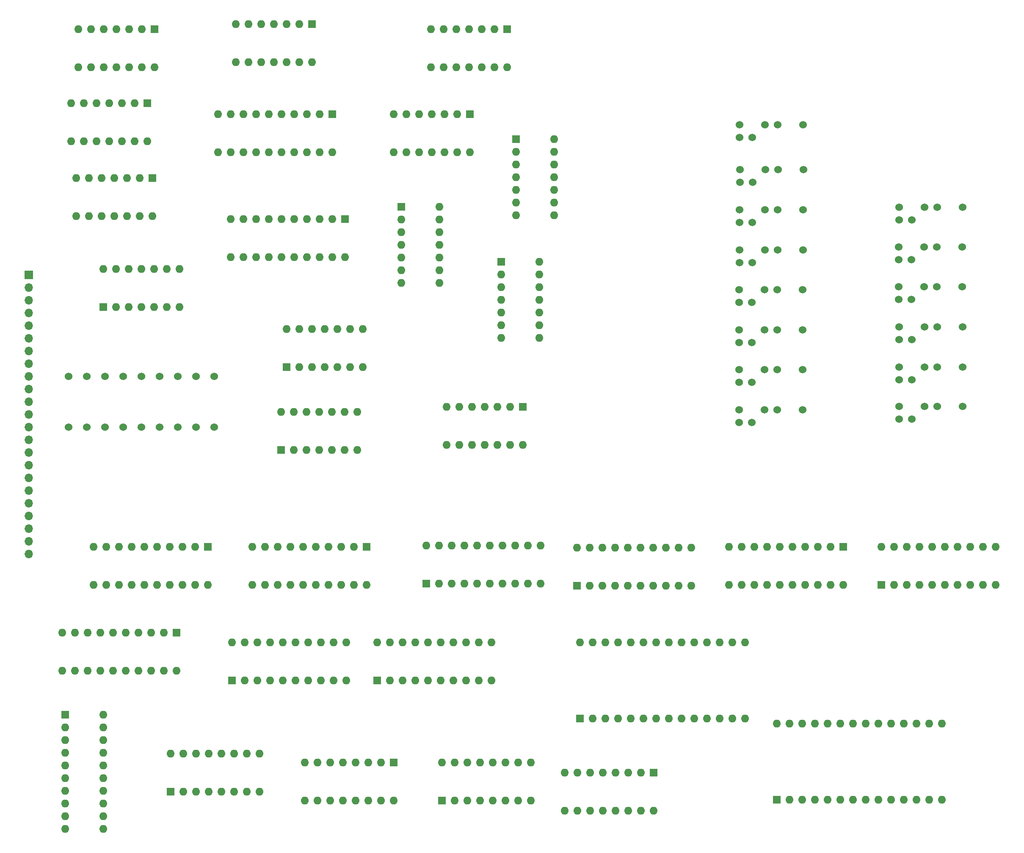
<source format=gbr>
%TF.GenerationSoftware,KiCad,Pcbnew,8.0.2-1*%
%TF.CreationDate,2024-08-10T13:00:32-04:00*%
%TF.ProjectId,gpram,67707261-6d2e-46b6-9963-61645f706362,rev?*%
%TF.SameCoordinates,Original*%
%TF.FileFunction,Soldermask,Bot*%
%TF.FilePolarity,Negative*%
%FSLAX46Y46*%
G04 Gerber Fmt 4.6, Leading zero omitted, Abs format (unit mm)*
G04 Created by KiCad (PCBNEW 8.0.2-1) date 2024-08-10 13:00:32*
%MOMM*%
%LPD*%
G01*
G04 APERTURE LIST*
%ADD10R,1.600000X1.600000*%
%ADD11O,1.600000X1.600000*%
%ADD12C,1.524000*%
%ADD13R,1.700000X1.700000*%
%ADD14O,1.700000X1.700000*%
G04 APERTURE END LIST*
D10*
%TO.C,U47*%
X429540000Y-287380000D03*
D11*
X427000000Y-287380000D03*
X424460000Y-287380000D03*
X421920000Y-287380000D03*
X419380000Y-287380000D03*
X416840000Y-287380000D03*
X414300000Y-287380000D03*
X414300000Y-295000000D03*
X416840000Y-295000000D03*
X419380000Y-295000000D03*
X421920000Y-295000000D03*
X424460000Y-295000000D03*
X427000000Y-295000000D03*
X429540000Y-295000000D03*
%TD*%
D10*
%TO.C,U46*%
X396625000Y-303200000D03*
D11*
X394085000Y-303200000D03*
X391545000Y-303200000D03*
X389005000Y-303200000D03*
X386465000Y-303200000D03*
X383925000Y-303200000D03*
X381385000Y-303200000D03*
X381385000Y-310820000D03*
X383925000Y-310820000D03*
X386465000Y-310820000D03*
X389005000Y-310820000D03*
X391545000Y-310820000D03*
X394085000Y-310820000D03*
X396625000Y-310820000D03*
%TD*%
D10*
%TO.C,U44*%
X397625000Y-318200000D03*
D11*
X395085000Y-318200000D03*
X392545000Y-318200000D03*
X390005000Y-318200000D03*
X387465000Y-318200000D03*
X384925000Y-318200000D03*
X382385000Y-318200000D03*
X382385000Y-325820000D03*
X384925000Y-325820000D03*
X387465000Y-325820000D03*
X390005000Y-325820000D03*
X392545000Y-325820000D03*
X395085000Y-325820000D03*
X397625000Y-325820000D03*
%TD*%
D12*
%TO.C,U43*%
X515080000Y-307540000D03*
X520160000Y-307540000D03*
X515080000Y-310080000D03*
X517620000Y-310080000D03*
X522700000Y-307540000D03*
X527780000Y-307540000D03*
%TD*%
D10*
%TO.C,U42*%
X467380000Y-334920000D03*
D11*
X467380000Y-337460000D03*
X467380000Y-340000000D03*
X467380000Y-342540000D03*
X467380000Y-345080000D03*
X467380000Y-347620000D03*
X467380000Y-350160000D03*
X475000000Y-350160000D03*
X475000000Y-347620000D03*
X475000000Y-345080000D03*
X475000000Y-342540000D03*
X475000000Y-340000000D03*
X475000000Y-337460000D03*
X475000000Y-334920000D03*
%TD*%
D10*
%TO.C,U41*%
X387840000Y-344000000D03*
D11*
X390380000Y-344000000D03*
X392920000Y-344000000D03*
X395460000Y-344000000D03*
X398000000Y-344000000D03*
X400540000Y-344000000D03*
X403080000Y-344000000D03*
X403080000Y-336380000D03*
X400540000Y-336380000D03*
X398000000Y-336380000D03*
X395460000Y-336380000D03*
X392920000Y-336380000D03*
X390380000Y-336380000D03*
X387840000Y-336380000D03*
%TD*%
D10*
%TO.C,U40*%
X436160000Y-326380000D03*
D11*
X433620000Y-326380000D03*
X431080000Y-326380000D03*
X428540000Y-326380000D03*
X426000000Y-326380000D03*
X423460000Y-326380000D03*
X420920000Y-326380000D03*
X418380000Y-326380000D03*
X415840000Y-326380000D03*
X413300000Y-326380000D03*
X413300000Y-334000000D03*
X415840000Y-334000000D03*
X418380000Y-334000000D03*
X420920000Y-334000000D03*
X423460000Y-334000000D03*
X426000000Y-334000000D03*
X428540000Y-334000000D03*
X431080000Y-334000000D03*
X433620000Y-334000000D03*
X436160000Y-334000000D03*
%TD*%
D10*
%TO.C,U39*%
X433620000Y-305380000D03*
D11*
X431080000Y-305380000D03*
X428540000Y-305380000D03*
X426000000Y-305380000D03*
X423460000Y-305380000D03*
X420920000Y-305380000D03*
X418380000Y-305380000D03*
X415840000Y-305380000D03*
X413300000Y-305380000D03*
X410760000Y-305380000D03*
X410760000Y-313000000D03*
X413300000Y-313000000D03*
X415840000Y-313000000D03*
X418380000Y-313000000D03*
X420920000Y-313000000D03*
X423460000Y-313000000D03*
X426000000Y-313000000D03*
X428540000Y-313000000D03*
X431080000Y-313000000D03*
X433620000Y-313000000D03*
%TD*%
D10*
%TO.C,U38*%
X461160000Y-305380000D03*
D11*
X458620000Y-305380000D03*
X456080000Y-305380000D03*
X453540000Y-305380000D03*
X451000000Y-305380000D03*
X448460000Y-305380000D03*
X445920000Y-305380000D03*
X445920000Y-313000000D03*
X448460000Y-313000000D03*
X451000000Y-313000000D03*
X453540000Y-313000000D03*
X456080000Y-313000000D03*
X458620000Y-313000000D03*
X461160000Y-313000000D03*
%TD*%
D10*
%TO.C,U37*%
X468540000Y-288380000D03*
D11*
X466000000Y-288380000D03*
X463460000Y-288380000D03*
X460920000Y-288380000D03*
X458380000Y-288380000D03*
X455840000Y-288380000D03*
X453300000Y-288380000D03*
X453300000Y-296000000D03*
X455840000Y-296000000D03*
X458380000Y-296000000D03*
X460920000Y-296000000D03*
X463460000Y-296000000D03*
X466000000Y-296000000D03*
X468540000Y-296000000D03*
%TD*%
D10*
%TO.C,U36*%
X447380000Y-323920000D03*
D11*
X447380000Y-326460000D03*
X447380000Y-329000000D03*
X447380000Y-331540000D03*
X447380000Y-334080000D03*
X447380000Y-336620000D03*
X447380000Y-339160000D03*
X455000000Y-339160000D03*
X455000000Y-336620000D03*
X455000000Y-334080000D03*
X455000000Y-331540000D03*
X455000000Y-329000000D03*
X455000000Y-326460000D03*
X455000000Y-323920000D03*
%TD*%
D10*
%TO.C,U35*%
X470380000Y-310380000D03*
D11*
X470380000Y-312920000D03*
X470380000Y-315460000D03*
X470380000Y-318000000D03*
X470380000Y-320540000D03*
X470380000Y-323080000D03*
X470380000Y-325620000D03*
X478000000Y-325620000D03*
X478000000Y-323080000D03*
X478000000Y-320540000D03*
X478000000Y-318000000D03*
X478000000Y-315460000D03*
X478000000Y-312920000D03*
X478000000Y-310380000D03*
%TD*%
D10*
%TO.C,U34*%
X424460000Y-356000000D03*
D11*
X427000000Y-356000000D03*
X429540000Y-356000000D03*
X432080000Y-356000000D03*
X434620000Y-356000000D03*
X437160000Y-356000000D03*
X439700000Y-356000000D03*
X439700000Y-348380000D03*
X437160000Y-348380000D03*
X434620000Y-348380000D03*
X432080000Y-348380000D03*
X429540000Y-348380000D03*
X427000000Y-348380000D03*
X424460000Y-348380000D03*
%TD*%
D12*
%TO.C,U33*%
X515000000Y-364540000D03*
X520080000Y-364540000D03*
X515000000Y-367080000D03*
X517540000Y-367080000D03*
X522620000Y-364540000D03*
X527700000Y-364540000D03*
%TD*%
%TO.C,U32*%
X515000000Y-356540000D03*
X520080000Y-356540000D03*
X515000000Y-359080000D03*
X517540000Y-359080000D03*
X522620000Y-356540000D03*
X527700000Y-356540000D03*
%TD*%
%TO.C,U31*%
X515000000Y-348540000D03*
X520080000Y-348540000D03*
X515000000Y-351080000D03*
X517540000Y-351080000D03*
X522620000Y-348540000D03*
X527700000Y-348540000D03*
%TD*%
%TO.C,U30*%
X515000000Y-340540000D03*
X520080000Y-340540000D03*
X515000000Y-343080000D03*
X517540000Y-343080000D03*
X522620000Y-340540000D03*
X527700000Y-340540000D03*
%TD*%
%TO.C,U29*%
X515080000Y-332540000D03*
X520160000Y-332540000D03*
X515080000Y-335080000D03*
X517620000Y-335080000D03*
X522700000Y-332540000D03*
X527780000Y-332540000D03*
%TD*%
%TO.C,U28*%
X515080000Y-324540000D03*
X520160000Y-324540000D03*
X515080000Y-327080000D03*
X517620000Y-327080000D03*
X522700000Y-324540000D03*
X527780000Y-324540000D03*
%TD*%
%TO.C,U27*%
X515126000Y-316460000D03*
X520206000Y-316460000D03*
X515126000Y-319000000D03*
X517666000Y-319000000D03*
X522746000Y-316460000D03*
X527826000Y-316460000D03*
%TD*%
D10*
%TO.C,U26*%
X543460000Y-399620000D03*
D11*
X546000000Y-399620000D03*
X548540000Y-399620000D03*
X551080000Y-399620000D03*
X553620000Y-399620000D03*
X556160000Y-399620000D03*
X558700000Y-399620000D03*
X561240000Y-399620000D03*
X563780000Y-399620000D03*
X566320000Y-399620000D03*
X566320000Y-392000000D03*
X563780000Y-392000000D03*
X561240000Y-392000000D03*
X558700000Y-392000000D03*
X556160000Y-392000000D03*
X553620000Y-392000000D03*
X551080000Y-392000000D03*
X548540000Y-392000000D03*
X546000000Y-392000000D03*
X543460000Y-392000000D03*
%TD*%
D10*
%TO.C,U25*%
X535780000Y-392000000D03*
D11*
X533240000Y-392000000D03*
X530700000Y-392000000D03*
X528160000Y-392000000D03*
X525620000Y-392000000D03*
X523080000Y-392000000D03*
X520540000Y-392000000D03*
X518000000Y-392000000D03*
X515460000Y-392000000D03*
X512920000Y-392000000D03*
X512920000Y-399620000D03*
X515460000Y-399620000D03*
X518000000Y-399620000D03*
X520540000Y-399620000D03*
X523080000Y-399620000D03*
X525620000Y-399620000D03*
X528160000Y-399620000D03*
X530700000Y-399620000D03*
X533240000Y-399620000D03*
X535780000Y-399620000D03*
%TD*%
D10*
%TO.C,U24*%
X471700000Y-364000000D03*
D11*
X469160000Y-364000000D03*
X466620000Y-364000000D03*
X464080000Y-364000000D03*
X461540000Y-364000000D03*
X459000000Y-364000000D03*
X456460000Y-364000000D03*
X456460000Y-371620000D03*
X459000000Y-371620000D03*
X461540000Y-371620000D03*
X464080000Y-371620000D03*
X466620000Y-371620000D03*
X469160000Y-371620000D03*
X471700000Y-371620000D03*
%TD*%
D12*
%TO.C,U23*%
X547000000Y-363920000D03*
X552080000Y-363920000D03*
X547000000Y-366460000D03*
X549540000Y-366460000D03*
X554620000Y-363920000D03*
X559700000Y-363920000D03*
%TD*%
%TO.C,U22*%
X547000000Y-356000000D03*
X552080000Y-356000000D03*
X547000000Y-358540000D03*
X549540000Y-358540000D03*
X554620000Y-356000000D03*
X559700000Y-356000000D03*
%TD*%
%TO.C,U21*%
X547000000Y-348000000D03*
X552080000Y-348000000D03*
X547000000Y-350540000D03*
X549540000Y-350540000D03*
X554620000Y-348000000D03*
X559700000Y-348000000D03*
%TD*%
%TO.C,U20*%
X546920000Y-339920000D03*
X552000000Y-339920000D03*
X546920000Y-342460000D03*
X549460000Y-342460000D03*
X554540000Y-339920000D03*
X559620000Y-339920000D03*
%TD*%
%TO.C,U19*%
X546920000Y-332000000D03*
X552000000Y-332000000D03*
X546920000Y-334540000D03*
X549460000Y-334540000D03*
X554540000Y-332000000D03*
X559620000Y-332000000D03*
%TD*%
%TO.C,U18*%
X547000000Y-324000000D03*
X552080000Y-324000000D03*
X547000000Y-326540000D03*
X549540000Y-326540000D03*
X554620000Y-324000000D03*
X559700000Y-324000000D03*
%TD*%
D10*
%TO.C,U17*%
X483160000Y-426405000D03*
D11*
X485700000Y-426405000D03*
X488240000Y-426405000D03*
X490780000Y-426405000D03*
X493320000Y-426405000D03*
X495860000Y-426405000D03*
X498400000Y-426405000D03*
X500940000Y-426405000D03*
X503480000Y-426405000D03*
X506020000Y-426405000D03*
X508560000Y-426405000D03*
X511100000Y-426405000D03*
X513640000Y-426405000D03*
X516180000Y-426405000D03*
X516180000Y-411165000D03*
X513640000Y-411165000D03*
X511100000Y-411165000D03*
X508560000Y-411165000D03*
X506020000Y-411165000D03*
X503480000Y-411165000D03*
X500940000Y-411165000D03*
X498400000Y-411165000D03*
X495860000Y-411165000D03*
X493320000Y-411165000D03*
X490780000Y-411165000D03*
X488240000Y-411165000D03*
X485700000Y-411165000D03*
X483160000Y-411165000D03*
%TD*%
D10*
%TO.C,U16*%
X482575000Y-399800000D03*
D11*
X485115000Y-399800000D03*
X487655000Y-399800000D03*
X490195000Y-399800000D03*
X492735000Y-399800000D03*
X495275000Y-399800000D03*
X497815000Y-399800000D03*
X500355000Y-399800000D03*
X502895000Y-399800000D03*
X505435000Y-399800000D03*
X505435000Y-392180000D03*
X502895000Y-392180000D03*
X500355000Y-392180000D03*
X497815000Y-392180000D03*
X495275000Y-392180000D03*
X492735000Y-392180000D03*
X490195000Y-392180000D03*
X487655000Y-392180000D03*
X485115000Y-392180000D03*
X482575000Y-392180000D03*
%TD*%
D10*
%TO.C,U15*%
X408700000Y-392000000D03*
D11*
X406160000Y-392000000D03*
X403620000Y-392000000D03*
X401080000Y-392000000D03*
X398540000Y-392000000D03*
X396000000Y-392000000D03*
X393460000Y-392000000D03*
X390920000Y-392000000D03*
X388380000Y-392000000D03*
X385840000Y-392000000D03*
X385840000Y-399620000D03*
X388380000Y-399620000D03*
X390920000Y-399620000D03*
X393460000Y-399620000D03*
X396000000Y-399620000D03*
X398540000Y-399620000D03*
X401080000Y-399620000D03*
X403620000Y-399620000D03*
X406160000Y-399620000D03*
X408700000Y-399620000D03*
%TD*%
D10*
%TO.C,U14*%
X440425000Y-392000000D03*
D11*
X437885000Y-392000000D03*
X435345000Y-392000000D03*
X432805000Y-392000000D03*
X430265000Y-392000000D03*
X427725000Y-392000000D03*
X425185000Y-392000000D03*
X422645000Y-392000000D03*
X420105000Y-392000000D03*
X417565000Y-392000000D03*
X417565000Y-399620000D03*
X420105000Y-399620000D03*
X422645000Y-399620000D03*
X425185000Y-399620000D03*
X427725000Y-399620000D03*
X430265000Y-399620000D03*
X432805000Y-399620000D03*
X435345000Y-399620000D03*
X437885000Y-399620000D03*
X440425000Y-399620000D03*
%TD*%
D10*
%TO.C,U13*%
X413575000Y-418800000D03*
D11*
X416115000Y-418800000D03*
X418655000Y-418800000D03*
X421195000Y-418800000D03*
X423735000Y-418800000D03*
X426275000Y-418800000D03*
X428815000Y-418800000D03*
X431355000Y-418800000D03*
X433895000Y-418800000D03*
X436435000Y-418800000D03*
X436435000Y-411180000D03*
X433895000Y-411180000D03*
X431355000Y-411180000D03*
X428815000Y-411180000D03*
X426275000Y-411180000D03*
X423735000Y-411180000D03*
X421195000Y-411180000D03*
X418655000Y-411180000D03*
X416115000Y-411180000D03*
X413575000Y-411180000D03*
%TD*%
D10*
%TO.C,U12*%
X401300000Y-441000000D03*
D11*
X403840000Y-441000000D03*
X406380000Y-441000000D03*
X408920000Y-441000000D03*
X411460000Y-441000000D03*
X414000000Y-441000000D03*
X416540000Y-441000000D03*
X419080000Y-441000000D03*
X419080000Y-433380000D03*
X416540000Y-433380000D03*
X414000000Y-433380000D03*
X411460000Y-433380000D03*
X408920000Y-433380000D03*
X406380000Y-433380000D03*
X403840000Y-433380000D03*
X401300000Y-433380000D03*
%TD*%
D10*
%TO.C,U11*%
X445875000Y-435200000D03*
D11*
X443335000Y-435200000D03*
X440795000Y-435200000D03*
X438255000Y-435200000D03*
X435715000Y-435200000D03*
X433175000Y-435200000D03*
X430635000Y-435200000D03*
X428095000Y-435200000D03*
X428095000Y-442820000D03*
X430635000Y-442820000D03*
X433175000Y-442820000D03*
X435715000Y-442820000D03*
X438255000Y-442820000D03*
X440795000Y-442820000D03*
X443335000Y-442820000D03*
X445875000Y-442820000D03*
%TD*%
D10*
%TO.C,U10*%
X402425000Y-409200000D03*
D11*
X399885000Y-409200000D03*
X397345000Y-409200000D03*
X394805000Y-409200000D03*
X392265000Y-409200000D03*
X389725000Y-409200000D03*
X387185000Y-409200000D03*
X384645000Y-409200000D03*
X382105000Y-409200000D03*
X379565000Y-409200000D03*
X379565000Y-416820000D03*
X382105000Y-416820000D03*
X384645000Y-416820000D03*
X387185000Y-416820000D03*
X389725000Y-416820000D03*
X392265000Y-416820000D03*
X394805000Y-416820000D03*
X397345000Y-416820000D03*
X399885000Y-416820000D03*
X402425000Y-416820000D03*
%TD*%
D10*
%TO.C,U9*%
X442575000Y-418800000D03*
D11*
X445115000Y-418800000D03*
X447655000Y-418800000D03*
X450195000Y-418800000D03*
X452735000Y-418800000D03*
X455275000Y-418800000D03*
X457815000Y-418800000D03*
X460355000Y-418800000D03*
X462895000Y-418800000D03*
X465435000Y-418800000D03*
X465435000Y-411180000D03*
X462895000Y-411180000D03*
X460355000Y-411180000D03*
X457815000Y-411180000D03*
X455275000Y-411180000D03*
X452735000Y-411180000D03*
X450195000Y-411180000D03*
X447655000Y-411180000D03*
X445115000Y-411180000D03*
X442575000Y-411180000D03*
%TD*%
D10*
%TO.C,U8*%
X497875000Y-437200000D03*
D11*
X495335000Y-437200000D03*
X492795000Y-437200000D03*
X490255000Y-437200000D03*
X487715000Y-437200000D03*
X485175000Y-437200000D03*
X482635000Y-437200000D03*
X480095000Y-437200000D03*
X480095000Y-444820000D03*
X482635000Y-444820000D03*
X485175000Y-444820000D03*
X487715000Y-444820000D03*
X490255000Y-444820000D03*
X492795000Y-444820000D03*
X495335000Y-444820000D03*
X497875000Y-444820000D03*
%TD*%
D10*
%TO.C,U7*%
X455505000Y-442800000D03*
D11*
X458045000Y-442800000D03*
X460585000Y-442800000D03*
X463125000Y-442800000D03*
X465665000Y-442800000D03*
X468205000Y-442800000D03*
X470745000Y-442800000D03*
X473285000Y-442800000D03*
X473285000Y-435180000D03*
X470745000Y-435180000D03*
X468205000Y-435180000D03*
X465665000Y-435180000D03*
X463125000Y-435180000D03*
X460585000Y-435180000D03*
X458045000Y-435180000D03*
X455505000Y-435180000D03*
%TD*%
D10*
%TO.C,U6*%
X423375000Y-372620000D03*
D11*
X425915000Y-372620000D03*
X428455000Y-372620000D03*
X430995000Y-372620000D03*
X433535000Y-372620000D03*
X436075000Y-372620000D03*
X438615000Y-372620000D03*
X438615000Y-365000000D03*
X436075000Y-365000000D03*
X433535000Y-365000000D03*
X430995000Y-365000000D03*
X428455000Y-365000000D03*
X425915000Y-365000000D03*
X423375000Y-365000000D03*
%TD*%
D10*
%TO.C,U5*%
X380200000Y-425575000D03*
D11*
X380200000Y-428115000D03*
X380200000Y-430655000D03*
X380200000Y-433195000D03*
X380200000Y-435735000D03*
X380200000Y-438275000D03*
X380200000Y-440815000D03*
X380200000Y-443355000D03*
X380200000Y-445895000D03*
X380200000Y-448435000D03*
X387820000Y-448435000D03*
X387820000Y-445895000D03*
X387820000Y-443355000D03*
X387820000Y-440815000D03*
X387820000Y-438275000D03*
X387820000Y-435735000D03*
X387820000Y-433195000D03*
X387820000Y-430655000D03*
X387820000Y-428115000D03*
X387820000Y-425575000D03*
%TD*%
D10*
%TO.C,U4*%
X398080000Y-288380000D03*
D11*
X395540000Y-288380000D03*
X393000000Y-288380000D03*
X390460000Y-288380000D03*
X387920000Y-288380000D03*
X385380000Y-288380000D03*
X382840000Y-288380000D03*
X382840000Y-296000000D03*
X385380000Y-296000000D03*
X387920000Y-296000000D03*
X390460000Y-296000000D03*
X393000000Y-296000000D03*
X395540000Y-296000000D03*
X398080000Y-296000000D03*
%TD*%
D10*
%TO.C,U3*%
X452380000Y-399380000D03*
D11*
X454920000Y-399380000D03*
X457460000Y-399380000D03*
X460000000Y-399380000D03*
X462540000Y-399380000D03*
X465080000Y-399380000D03*
X467620000Y-399380000D03*
X470160000Y-399380000D03*
X472700000Y-399380000D03*
X475240000Y-399380000D03*
X475240000Y-391760000D03*
X472700000Y-391760000D03*
X470160000Y-391760000D03*
X467620000Y-391760000D03*
X465080000Y-391760000D03*
X462540000Y-391760000D03*
X460000000Y-391760000D03*
X457460000Y-391760000D03*
X454920000Y-391760000D03*
X452380000Y-391760000D03*
%TD*%
D10*
%TO.C,U2*%
X522500000Y-442625000D03*
D11*
X525040000Y-442625000D03*
X527580000Y-442625000D03*
X530120000Y-442625000D03*
X532660000Y-442625000D03*
X535200000Y-442625000D03*
X537740000Y-442625000D03*
X540280000Y-442625000D03*
X542820000Y-442625000D03*
X545360000Y-442625000D03*
X547900000Y-442625000D03*
X550440000Y-442625000D03*
X552980000Y-442625000D03*
X555520000Y-442625000D03*
X555520000Y-427385000D03*
X552980000Y-427385000D03*
X550440000Y-427385000D03*
X547900000Y-427385000D03*
X545360000Y-427385000D03*
X542820000Y-427385000D03*
X540280000Y-427385000D03*
X537740000Y-427385000D03*
X535200000Y-427385000D03*
X532660000Y-427385000D03*
X530120000Y-427385000D03*
X527580000Y-427385000D03*
X525040000Y-427385000D03*
X522500000Y-427385000D03*
%TD*%
D13*
%TO.C,U1*%
X372870000Y-337580000D03*
D14*
X372870000Y-340120000D03*
X372870000Y-342660000D03*
X372870000Y-345200000D03*
X372870000Y-347740000D03*
X372870000Y-350280000D03*
X372870000Y-352820000D03*
X372870000Y-355360000D03*
X372870000Y-357900000D03*
X372870000Y-360440000D03*
X372870000Y-362980000D03*
X372870000Y-365520000D03*
X372870000Y-368060000D03*
X372870000Y-370600000D03*
X372870000Y-373140000D03*
X372870000Y-375680000D03*
X372870000Y-378220000D03*
X372870000Y-380760000D03*
X372870000Y-383300000D03*
X372870000Y-385840000D03*
X372870000Y-388380000D03*
X372870000Y-390920000D03*
X372870000Y-393460000D03*
%TD*%
D12*
%TO.C,R9*%
X410000000Y-357920000D03*
X410000000Y-368080000D03*
%TD*%
%TO.C,R8*%
X406360000Y-357920000D03*
X406360000Y-368080000D03*
%TD*%
%TO.C,R7*%
X402720000Y-357920000D03*
X402720000Y-368080000D03*
%TD*%
%TO.C,R6*%
X399080000Y-357920000D03*
X399080000Y-368080000D03*
%TD*%
%TO.C,R5*%
X395440000Y-357920000D03*
X395440000Y-368080000D03*
%TD*%
%TO.C,R4*%
X391800000Y-357920000D03*
X391800000Y-368080000D03*
%TD*%
%TO.C,R3*%
X388160000Y-357920000D03*
X388160000Y-368080000D03*
%TD*%
%TO.C,R2*%
X384520000Y-357920000D03*
X384520000Y-368080000D03*
%TD*%
%TO.C,R1*%
X380880000Y-357920000D03*
X380880000Y-368080000D03*
%TD*%
M02*

</source>
